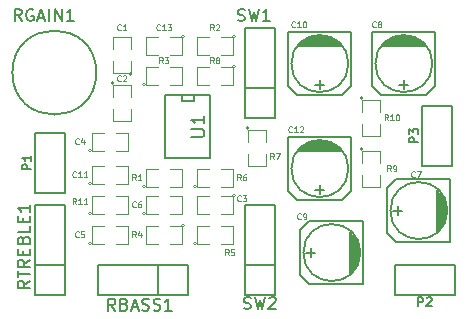
<source format=gto>
%FSLAX46Y46*%
G04 Gerber Fmt 4.6, Leading zero omitted, Abs format (unit mm)*
G04 Created by KiCad (PCBNEW (2014-08-01 BZR 5042)-product) date 02/08/2014 20:04:44*
%MOMM*%
G01*
G04 APERTURE LIST*
%ADD10C,0.100000*%
%ADD11C,0.127000*%
%ADD12C,0.099060*%
%ADD13C,0.152400*%
%ADD14C,0.203200*%
%ADD15C,0.109220*%
%ADD16C,0.119380*%
G04 APERTURE END LIST*
D10*
D11*
X114808000Y-91567000D02*
X114681000Y-91567000D01*
X114681000Y-91567000D02*
X114681000Y-96901000D01*
X118491000Y-96901000D02*
X118491000Y-91567000D01*
X118491000Y-91567000D02*
X114808000Y-91567000D01*
X117094000Y-91567000D02*
X117094000Y-92075000D01*
X117094000Y-92075000D02*
X116078000Y-92075000D01*
X116078000Y-92075000D02*
X116078000Y-91567000D01*
X118491000Y-96901000D02*
X114681000Y-96901000D01*
D12*
X110363000Y-90551000D02*
G75*
G03X110363000Y-90551000I-127000J0D01*
G74*
G01*
X110236000Y-91694000D02*
X110236000Y-90678000D01*
X110236000Y-90678000D02*
X111760000Y-90678000D01*
X111760000Y-90678000D02*
X111760000Y-91694000D01*
X111760000Y-92710000D02*
X111760000Y-93726000D01*
X111760000Y-93726000D02*
X110236000Y-93726000D01*
X110236000Y-93726000D02*
X110236000Y-92710000D01*
X120650000Y-100076000D02*
G75*
G03X120650000Y-100076000I-127000J0D01*
G74*
G01*
X119380000Y-100076000D02*
X120396000Y-100076000D01*
X120396000Y-100076000D02*
X120396000Y-101600000D01*
X120396000Y-101600000D02*
X119380000Y-101600000D01*
X118364000Y-101600000D02*
X117348000Y-101600000D01*
X117348000Y-101600000D02*
X117348000Y-100076000D01*
X117348000Y-100076000D02*
X118364000Y-100076000D01*
X117348000Y-99314000D02*
G75*
G03X117348000Y-99314000I-127000J0D01*
G74*
G01*
X118364000Y-99314000D02*
X117348000Y-99314000D01*
X117348000Y-99314000D02*
X117348000Y-97790000D01*
X117348000Y-97790000D02*
X118364000Y-97790000D01*
X119380000Y-97790000D02*
X120396000Y-97790000D01*
X120396000Y-97790000D02*
X120396000Y-99314000D01*
X120396000Y-99314000D02*
X119380000Y-99314000D01*
X117348000Y-104140000D02*
G75*
G03X117348000Y-104140000I-127000J0D01*
G74*
G01*
X118364000Y-104140000D02*
X117348000Y-104140000D01*
X117348000Y-104140000D02*
X117348000Y-102616000D01*
X117348000Y-102616000D02*
X118364000Y-102616000D01*
X119380000Y-102616000D02*
X120396000Y-102616000D01*
X120396000Y-102616000D02*
X120396000Y-104140000D01*
X120396000Y-104140000D02*
X119380000Y-104140000D01*
X113030000Y-99314000D02*
G75*
G03X113030000Y-99314000I-127000J0D01*
G74*
G01*
X114046000Y-99314000D02*
X113030000Y-99314000D01*
X113030000Y-99314000D02*
X113030000Y-97790000D01*
X113030000Y-97790000D02*
X114046000Y-97790000D01*
X115062000Y-97790000D02*
X116078000Y-97790000D01*
X116078000Y-97790000D02*
X116078000Y-99314000D01*
X116078000Y-99314000D02*
X115062000Y-99314000D01*
X113030000Y-90678000D02*
G75*
G03X113030000Y-90678000I-127000J0D01*
G74*
G01*
X114046000Y-90678000D02*
X113030000Y-90678000D01*
X113030000Y-90678000D02*
X113030000Y-89154000D01*
X113030000Y-89154000D02*
X114046000Y-89154000D01*
X115062000Y-89154000D02*
X116078000Y-89154000D01*
X116078000Y-89154000D02*
X116078000Y-90678000D01*
X116078000Y-90678000D02*
X115062000Y-90678000D01*
X120650000Y-86614000D02*
G75*
G03X120650000Y-86614000I-127000J0D01*
G74*
G01*
X119380000Y-86614000D02*
X120396000Y-86614000D01*
X120396000Y-86614000D02*
X120396000Y-88138000D01*
X120396000Y-88138000D02*
X119380000Y-88138000D01*
X118364000Y-88138000D02*
X117348000Y-88138000D01*
X117348000Y-88138000D02*
X117348000Y-86614000D01*
X117348000Y-86614000D02*
X118364000Y-86614000D01*
X108458000Y-104140000D02*
G75*
G03X108458000Y-104140000I-127000J0D01*
G74*
G01*
X109474000Y-104140000D02*
X108458000Y-104140000D01*
X108458000Y-104140000D02*
X108458000Y-102616000D01*
X108458000Y-102616000D02*
X109474000Y-102616000D01*
X110490000Y-102616000D02*
X111506000Y-102616000D01*
X111506000Y-102616000D02*
X111506000Y-104140000D01*
X111506000Y-104140000D02*
X110490000Y-104140000D01*
X120650000Y-89154000D02*
G75*
G03X120650000Y-89154000I-127000J0D01*
G74*
G01*
X119380000Y-89154000D02*
X120396000Y-89154000D01*
X120396000Y-89154000D02*
X120396000Y-90678000D01*
X120396000Y-90678000D02*
X119380000Y-90678000D01*
X118364000Y-90678000D02*
X117348000Y-90678000D01*
X117348000Y-90678000D02*
X117348000Y-89154000D01*
X117348000Y-89154000D02*
X118364000Y-89154000D01*
X116332000Y-102616000D02*
G75*
G03X116332000Y-102616000I-127000J0D01*
G74*
G01*
X115062000Y-102616000D02*
X116078000Y-102616000D01*
X116078000Y-102616000D02*
X116078000Y-104140000D01*
X116078000Y-104140000D02*
X115062000Y-104140000D01*
X114046000Y-104140000D02*
X113030000Y-104140000D01*
X113030000Y-104140000D02*
X113030000Y-102616000D01*
X113030000Y-102616000D02*
X114046000Y-102616000D01*
X121793000Y-94361000D02*
G75*
G03X121793000Y-94361000I-127000J0D01*
G74*
G01*
X121666000Y-95504000D02*
X121666000Y-94488000D01*
X121666000Y-94488000D02*
X123190000Y-94488000D01*
X123190000Y-94488000D02*
X123190000Y-95504000D01*
X123190000Y-96520000D02*
X123190000Y-97536000D01*
X123190000Y-97536000D02*
X121666000Y-97536000D01*
X121666000Y-97536000D02*
X121666000Y-96520000D01*
X116332000Y-86614000D02*
G75*
G03X116332000Y-86614000I-127000J0D01*
G74*
G01*
X115062000Y-86614000D02*
X116078000Y-86614000D01*
X116078000Y-86614000D02*
X116078000Y-88138000D01*
X116078000Y-88138000D02*
X115062000Y-88138000D01*
X114046000Y-88138000D02*
X113030000Y-88138000D01*
X113030000Y-88138000D02*
X113030000Y-86614000D01*
X113030000Y-86614000D02*
X114046000Y-86614000D01*
X108458000Y-96266000D02*
G75*
G03X108458000Y-96266000I-127000J0D01*
G74*
G01*
X109474000Y-96266000D02*
X108458000Y-96266000D01*
X108458000Y-96266000D02*
X108458000Y-94742000D01*
X108458000Y-94742000D02*
X109474000Y-94742000D01*
X110490000Y-94742000D02*
X111506000Y-94742000D01*
X111506000Y-94742000D02*
X111506000Y-96266000D01*
X111506000Y-96266000D02*
X110490000Y-96266000D01*
X113030000Y-101600000D02*
G75*
G03X113030000Y-101600000I-127000J0D01*
G74*
G01*
X114046000Y-101600000D02*
X113030000Y-101600000D01*
X113030000Y-101600000D02*
X113030000Y-100076000D01*
X113030000Y-100076000D02*
X114046000Y-100076000D01*
X115062000Y-100076000D02*
X116078000Y-100076000D01*
X116078000Y-100076000D02*
X116078000Y-101600000D01*
X116078000Y-101600000D02*
X115062000Y-101600000D01*
X111887000Y-89789000D02*
G75*
G03X111887000Y-89789000I-127000J0D01*
G74*
G01*
X111760000Y-88646000D02*
X111760000Y-89662000D01*
X111760000Y-89662000D02*
X110236000Y-89662000D01*
X110236000Y-89662000D02*
X110236000Y-88646000D01*
X110236000Y-87630000D02*
X110236000Y-86614000D01*
X110236000Y-86614000D02*
X111760000Y-86614000D01*
X111760000Y-86614000D02*
X111760000Y-87630000D01*
X108458000Y-99060000D02*
G75*
G03X108458000Y-99060000I-127000J0D01*
G74*
G01*
X109474000Y-99060000D02*
X108458000Y-99060000D01*
X108458000Y-99060000D02*
X108458000Y-97536000D01*
X108458000Y-97536000D02*
X109474000Y-97536000D01*
X110490000Y-97536000D02*
X111506000Y-97536000D01*
X111506000Y-97536000D02*
X111506000Y-99060000D01*
X111506000Y-99060000D02*
X110490000Y-99060000D01*
X108458000Y-101600000D02*
G75*
G03X108458000Y-101600000I-127000J0D01*
G74*
G01*
X109474000Y-101600000D02*
X108458000Y-101600000D01*
X108458000Y-101600000D02*
X108458000Y-100076000D01*
X108458000Y-100076000D02*
X109474000Y-100076000D01*
X110490000Y-100076000D02*
X111506000Y-100076000D01*
X111506000Y-100076000D02*
X111506000Y-101600000D01*
X111506000Y-101600000D02*
X110490000Y-101600000D01*
X131445000Y-96139000D02*
G75*
G03X131445000Y-96139000I-127000J0D01*
G74*
G01*
X131318000Y-97282000D02*
X131318000Y-96266000D01*
X131318000Y-96266000D02*
X132842000Y-96266000D01*
X132842000Y-96266000D02*
X132842000Y-97282000D01*
X132842000Y-98298000D02*
X132842000Y-99314000D01*
X132842000Y-99314000D02*
X131318000Y-99314000D01*
X131318000Y-99314000D02*
X131318000Y-98298000D01*
X131445000Y-91821000D02*
G75*
G03X131445000Y-91821000I-127000J0D01*
G74*
G01*
X131318000Y-92964000D02*
X131318000Y-91948000D01*
X131318000Y-91948000D02*
X132842000Y-91948000D01*
X132842000Y-91948000D02*
X132842000Y-92964000D01*
X132842000Y-93980000D02*
X132842000Y-94996000D01*
X132842000Y-94996000D02*
X131318000Y-94996000D01*
X131318000Y-94996000D02*
X131318000Y-93980000D01*
D13*
X106172000Y-108458000D02*
X103632000Y-108458000D01*
X103632000Y-108458000D02*
X103632000Y-100838000D01*
X103632000Y-100838000D02*
X106172000Y-100838000D01*
X106172000Y-100838000D02*
X106172000Y-108458000D01*
X103632000Y-105918000D02*
X106172000Y-105918000D01*
X116586000Y-105918000D02*
X116586000Y-108458000D01*
X116586000Y-108458000D02*
X108966000Y-108458000D01*
X108966000Y-108458000D02*
X108966000Y-105918000D01*
X108966000Y-105918000D02*
X116586000Y-105918000D01*
X114046000Y-108458000D02*
X114046000Y-105918000D01*
X123952000Y-93472000D02*
X121412000Y-93472000D01*
X121412000Y-93472000D02*
X121412000Y-85852000D01*
X121412000Y-85852000D02*
X123952000Y-85852000D01*
X123952000Y-85852000D02*
X123952000Y-93472000D01*
X121412000Y-90932000D02*
X123952000Y-90932000D01*
X123952000Y-108458000D02*
X121412000Y-108458000D01*
X121412000Y-108458000D02*
X121412000Y-100838000D01*
X121412000Y-100838000D02*
X123952000Y-100838000D01*
X123952000Y-100838000D02*
X123952000Y-108458000D01*
X121412000Y-105918000D02*
X123952000Y-105918000D01*
X139192000Y-105918000D02*
X139192000Y-108458000D01*
X139192000Y-108458000D02*
X134112000Y-108458000D01*
X134112000Y-108458000D02*
X134112000Y-105918000D01*
X134112000Y-105918000D02*
X139192000Y-105918000D01*
X138938000Y-97536000D02*
X136398000Y-97536000D01*
X136398000Y-97536000D02*
X136398000Y-92456000D01*
X136398000Y-92456000D02*
X138938000Y-92456000D01*
X138938000Y-92456000D02*
X138938000Y-97536000D01*
X106172000Y-99822000D02*
X103632000Y-99822000D01*
X103632000Y-99822000D02*
X103632000Y-94742000D01*
X103632000Y-94742000D02*
X106172000Y-94742000D01*
X106172000Y-94742000D02*
X106172000Y-99822000D01*
D11*
X135509000Y-86614000D02*
X134112000Y-86614000D01*
X135763000Y-86741000D02*
X133985000Y-86741000D01*
X136144000Y-86868000D02*
X133604000Y-86868000D01*
X133477000Y-86995000D02*
X136271000Y-86995000D01*
X136398000Y-87122000D02*
X133350000Y-87122000D01*
X133223000Y-87249000D02*
X136525000Y-87249000D01*
X136652000Y-87376000D02*
X133096000Y-87376000D01*
X137287000Y-88900000D02*
G75*
G03X137287000Y-88900000I-2413000J0D01*
G74*
G01*
X137541000Y-86233000D02*
X137541000Y-90805000D01*
X137541000Y-90805000D02*
X136779000Y-91567000D01*
X136779000Y-91567000D02*
X132969000Y-91567000D01*
X132969000Y-91567000D02*
X132207000Y-90805000D01*
X132207000Y-90805000D02*
X132207000Y-86233000D01*
X132207000Y-86233000D02*
X137541000Y-86233000D01*
X134874000Y-91059000D02*
X134874000Y-90297000D01*
X135255000Y-90678000D02*
X134493000Y-90678000D01*
X138430000Y-101981000D02*
X138430000Y-100584000D01*
X138303000Y-102235000D02*
X138303000Y-100457000D01*
X138176000Y-102616000D02*
X138176000Y-100076000D01*
X138049000Y-99949000D02*
X138049000Y-102743000D01*
X137922000Y-102870000D02*
X137922000Y-99822000D01*
X137795000Y-99695000D02*
X137795000Y-102997000D01*
X137668000Y-103124000D02*
X137668000Y-99568000D01*
X138557000Y-101346000D02*
G75*
G03X138557000Y-101346000I-2413000J0D01*
G74*
G01*
X138811000Y-104013000D02*
X134239000Y-104013000D01*
X134239000Y-104013000D02*
X133477000Y-103251000D01*
X133477000Y-103251000D02*
X133477000Y-99441000D01*
X133477000Y-99441000D02*
X134239000Y-98679000D01*
X134239000Y-98679000D02*
X138811000Y-98679000D01*
X138811000Y-98679000D02*
X138811000Y-104013000D01*
X133985000Y-101346000D02*
X134747000Y-101346000D01*
X134366000Y-101727000D02*
X134366000Y-100965000D01*
X128397000Y-95504000D02*
X127000000Y-95504000D01*
X128651000Y-95631000D02*
X126873000Y-95631000D01*
X129032000Y-95758000D02*
X126492000Y-95758000D01*
X126365000Y-95885000D02*
X129159000Y-95885000D01*
X129286000Y-96012000D02*
X126238000Y-96012000D01*
X126111000Y-96139000D02*
X129413000Y-96139000D01*
X129540000Y-96266000D02*
X125984000Y-96266000D01*
X130175000Y-97790000D02*
G75*
G03X130175000Y-97790000I-2413000J0D01*
G74*
G01*
X130429000Y-95123000D02*
X130429000Y-99695000D01*
X130429000Y-99695000D02*
X129667000Y-100457000D01*
X129667000Y-100457000D02*
X125857000Y-100457000D01*
X125857000Y-100457000D02*
X125095000Y-99695000D01*
X125095000Y-99695000D02*
X125095000Y-95123000D01*
X125095000Y-95123000D02*
X130429000Y-95123000D01*
X127762000Y-99949000D02*
X127762000Y-99187000D01*
X128143000Y-99568000D02*
X127381000Y-99568000D01*
X131064000Y-105537000D02*
X131064000Y-104140000D01*
X130937000Y-105791000D02*
X130937000Y-104013000D01*
X130810000Y-106172000D02*
X130810000Y-103632000D01*
X130683000Y-103505000D02*
X130683000Y-106299000D01*
X130556000Y-106426000D02*
X130556000Y-103378000D01*
X130429000Y-103251000D02*
X130429000Y-106553000D01*
X130302000Y-106680000D02*
X130302000Y-103124000D01*
X131191000Y-104902000D02*
G75*
G03X131191000Y-104902000I-2413000J0D01*
G74*
G01*
X131445000Y-107569000D02*
X126873000Y-107569000D01*
X126873000Y-107569000D02*
X126111000Y-106807000D01*
X126111000Y-106807000D02*
X126111000Y-102997000D01*
X126111000Y-102997000D02*
X126873000Y-102235000D01*
X126873000Y-102235000D02*
X131445000Y-102235000D01*
X131445000Y-102235000D02*
X131445000Y-107569000D01*
X126619000Y-104902000D02*
X127381000Y-104902000D01*
X127000000Y-105283000D02*
X127000000Y-104521000D01*
X128397000Y-86614000D02*
X127000000Y-86614000D01*
X128651000Y-86741000D02*
X126873000Y-86741000D01*
X129032000Y-86868000D02*
X126492000Y-86868000D01*
X126365000Y-86995000D02*
X129159000Y-86995000D01*
X129286000Y-87122000D02*
X126238000Y-87122000D01*
X126111000Y-87249000D02*
X129413000Y-87249000D01*
X129540000Y-87376000D02*
X125984000Y-87376000D01*
X130175000Y-88900000D02*
G75*
G03X130175000Y-88900000I-2413000J0D01*
G74*
G01*
X130429000Y-86233000D02*
X130429000Y-90805000D01*
X130429000Y-90805000D02*
X129667000Y-91567000D01*
X129667000Y-91567000D02*
X125857000Y-91567000D01*
X125857000Y-91567000D02*
X125095000Y-90805000D01*
X125095000Y-90805000D02*
X125095000Y-86233000D01*
X125095000Y-86233000D02*
X130429000Y-86233000D01*
X127762000Y-91059000D02*
X127762000Y-90297000D01*
X128143000Y-90678000D02*
X127381000Y-90678000D01*
D14*
X108839000Y-89662000D02*
G75*
G03X108839000Y-89662000I-3556000J0D01*
G74*
G01*
D13*
X116849071Y-95104857D02*
X117774357Y-95104857D01*
X117883214Y-95050429D01*
X117937643Y-94996000D01*
X117992071Y-94887143D01*
X117992071Y-94669429D01*
X117937643Y-94560571D01*
X117883214Y-94506143D01*
X117774357Y-94451714D01*
X116849071Y-94451714D01*
X117992071Y-93308714D02*
X117992071Y-93961857D01*
X117992071Y-93635285D02*
X116849071Y-93635285D01*
X117012357Y-93744142D01*
X117121214Y-93853000D01*
X117175643Y-93961857D01*
D15*
X110914604Y-90348707D02*
X110890776Y-90372535D01*
X110819293Y-90396362D01*
X110771638Y-90396362D01*
X110700155Y-90372535D01*
X110652500Y-90324880D01*
X110628672Y-90277224D01*
X110604844Y-90181914D01*
X110604844Y-90110431D01*
X110628672Y-90015120D01*
X110652500Y-89967465D01*
X110700155Y-89919810D01*
X110771638Y-89895982D01*
X110819293Y-89895982D01*
X110890776Y-89919810D01*
X110914604Y-89943638D01*
X111105224Y-89943638D02*
X111129052Y-89919810D01*
X111176707Y-89895982D01*
X111295845Y-89895982D01*
X111343501Y-89919810D01*
X111367328Y-89943638D01*
X111391156Y-89991293D01*
X111391156Y-90038948D01*
X111367328Y-90110431D01*
X111081397Y-90396362D01*
X111391156Y-90396362D01*
X121074604Y-100508707D02*
X121050776Y-100532535D01*
X120979293Y-100556362D01*
X120931638Y-100556362D01*
X120860155Y-100532535D01*
X120812500Y-100484880D01*
X120788672Y-100437224D01*
X120764844Y-100341914D01*
X120764844Y-100270431D01*
X120788672Y-100175120D01*
X120812500Y-100127465D01*
X120860155Y-100079810D01*
X120931638Y-100055982D01*
X120979293Y-100055982D01*
X121050776Y-100079810D01*
X121074604Y-100103638D01*
X121241397Y-100055982D02*
X121551156Y-100055982D01*
X121384363Y-100246603D01*
X121455845Y-100246603D01*
X121503501Y-100270431D01*
X121527328Y-100294259D01*
X121551156Y-100341914D01*
X121551156Y-100461052D01*
X121527328Y-100508707D01*
X121503501Y-100532535D01*
X121455845Y-100556362D01*
X121312880Y-100556362D01*
X121265224Y-100532535D01*
X121241397Y-100508707D01*
X121074604Y-98778362D02*
X120907810Y-98540086D01*
X120788672Y-98778362D02*
X120788672Y-98277982D01*
X120979293Y-98277982D01*
X121026948Y-98301810D01*
X121050776Y-98325638D01*
X121074604Y-98373293D01*
X121074604Y-98444776D01*
X121050776Y-98492431D01*
X121026948Y-98516259D01*
X120979293Y-98540086D01*
X120788672Y-98540086D01*
X121503501Y-98277982D02*
X121408190Y-98277982D01*
X121360535Y-98301810D01*
X121336707Y-98325638D01*
X121289052Y-98397120D01*
X121265224Y-98492431D01*
X121265224Y-98683052D01*
X121289052Y-98730707D01*
X121312880Y-98754535D01*
X121360535Y-98778362D01*
X121455845Y-98778362D01*
X121503501Y-98754535D01*
X121527328Y-98730707D01*
X121551156Y-98683052D01*
X121551156Y-98563914D01*
X121527328Y-98516259D01*
X121503501Y-98492431D01*
X121455845Y-98468603D01*
X121360535Y-98468603D01*
X121312880Y-98492431D01*
X121289052Y-98516259D01*
X121265224Y-98563914D01*
X120058604Y-105128362D02*
X119891810Y-104890086D01*
X119772672Y-105128362D02*
X119772672Y-104627982D01*
X119963293Y-104627982D01*
X120010948Y-104651810D01*
X120034776Y-104675638D01*
X120058604Y-104723293D01*
X120058604Y-104794776D01*
X120034776Y-104842431D01*
X120010948Y-104866259D01*
X119963293Y-104890086D01*
X119772672Y-104890086D01*
X120511328Y-104627982D02*
X120273052Y-104627982D01*
X120249224Y-104866259D01*
X120273052Y-104842431D01*
X120320707Y-104818603D01*
X120439845Y-104818603D01*
X120487501Y-104842431D01*
X120511328Y-104866259D01*
X120535156Y-104913914D01*
X120535156Y-105033052D01*
X120511328Y-105080707D01*
X120487501Y-105104535D01*
X120439845Y-105128362D01*
X120320707Y-105128362D01*
X120273052Y-105104535D01*
X120249224Y-105080707D01*
X112184604Y-98778362D02*
X112017810Y-98540086D01*
X111898672Y-98778362D02*
X111898672Y-98277982D01*
X112089293Y-98277982D01*
X112136948Y-98301810D01*
X112160776Y-98325638D01*
X112184604Y-98373293D01*
X112184604Y-98444776D01*
X112160776Y-98492431D01*
X112136948Y-98516259D01*
X112089293Y-98540086D01*
X111898672Y-98540086D01*
X112661156Y-98778362D02*
X112375224Y-98778362D01*
X112518190Y-98778362D02*
X112518190Y-98277982D01*
X112470535Y-98349465D01*
X112422880Y-98397120D01*
X112375224Y-98420948D01*
X114470604Y-88872362D02*
X114303810Y-88634086D01*
X114184672Y-88872362D02*
X114184672Y-88371982D01*
X114375293Y-88371982D01*
X114422948Y-88395810D01*
X114446776Y-88419638D01*
X114470604Y-88467293D01*
X114470604Y-88538776D01*
X114446776Y-88586431D01*
X114422948Y-88610259D01*
X114375293Y-88634086D01*
X114184672Y-88634086D01*
X114637397Y-88371982D02*
X114947156Y-88371982D01*
X114780363Y-88562603D01*
X114851845Y-88562603D01*
X114899501Y-88586431D01*
X114923328Y-88610259D01*
X114947156Y-88657914D01*
X114947156Y-88777052D01*
X114923328Y-88824707D01*
X114899501Y-88848535D01*
X114851845Y-88872362D01*
X114708880Y-88872362D01*
X114661224Y-88848535D01*
X114637397Y-88824707D01*
X118788604Y-86078362D02*
X118621810Y-85840086D01*
X118502672Y-86078362D02*
X118502672Y-85577982D01*
X118693293Y-85577982D01*
X118740948Y-85601810D01*
X118764776Y-85625638D01*
X118788604Y-85673293D01*
X118788604Y-85744776D01*
X118764776Y-85792431D01*
X118740948Y-85816259D01*
X118693293Y-85840086D01*
X118502672Y-85840086D01*
X118979224Y-85625638D02*
X119003052Y-85601810D01*
X119050707Y-85577982D01*
X119169845Y-85577982D01*
X119217501Y-85601810D01*
X119241328Y-85625638D01*
X119265156Y-85673293D01*
X119265156Y-85720948D01*
X119241328Y-85792431D01*
X118955397Y-86078362D01*
X119265156Y-86078362D01*
X107358604Y-103556707D02*
X107334776Y-103580535D01*
X107263293Y-103604362D01*
X107215638Y-103604362D01*
X107144155Y-103580535D01*
X107096500Y-103532880D01*
X107072672Y-103485224D01*
X107048844Y-103389914D01*
X107048844Y-103318431D01*
X107072672Y-103223120D01*
X107096500Y-103175465D01*
X107144155Y-103127810D01*
X107215638Y-103103982D01*
X107263293Y-103103982D01*
X107334776Y-103127810D01*
X107358604Y-103151638D01*
X107811328Y-103103982D02*
X107573052Y-103103982D01*
X107549224Y-103342259D01*
X107573052Y-103318431D01*
X107620707Y-103294603D01*
X107739845Y-103294603D01*
X107787501Y-103318431D01*
X107811328Y-103342259D01*
X107835156Y-103389914D01*
X107835156Y-103509052D01*
X107811328Y-103556707D01*
X107787501Y-103580535D01*
X107739845Y-103604362D01*
X107620707Y-103604362D01*
X107573052Y-103580535D01*
X107549224Y-103556707D01*
X118788604Y-88872362D02*
X118621810Y-88634086D01*
X118502672Y-88872362D02*
X118502672Y-88371982D01*
X118693293Y-88371982D01*
X118740948Y-88395810D01*
X118764776Y-88419638D01*
X118788604Y-88467293D01*
X118788604Y-88538776D01*
X118764776Y-88586431D01*
X118740948Y-88610259D01*
X118693293Y-88634086D01*
X118502672Y-88634086D01*
X119074535Y-88586431D02*
X119026880Y-88562603D01*
X119003052Y-88538776D01*
X118979224Y-88491120D01*
X118979224Y-88467293D01*
X119003052Y-88419638D01*
X119026880Y-88395810D01*
X119074535Y-88371982D01*
X119169845Y-88371982D01*
X119217501Y-88395810D01*
X119241328Y-88419638D01*
X119265156Y-88467293D01*
X119265156Y-88491120D01*
X119241328Y-88538776D01*
X119217501Y-88562603D01*
X119169845Y-88586431D01*
X119074535Y-88586431D01*
X119026880Y-88610259D01*
X119003052Y-88634086D01*
X118979224Y-88681741D01*
X118979224Y-88777052D01*
X119003052Y-88824707D01*
X119026880Y-88848535D01*
X119074535Y-88872362D01*
X119169845Y-88872362D01*
X119217501Y-88848535D01*
X119241328Y-88824707D01*
X119265156Y-88777052D01*
X119265156Y-88681741D01*
X119241328Y-88634086D01*
X119217501Y-88610259D01*
X119169845Y-88586431D01*
X112184604Y-103604362D02*
X112017810Y-103366086D01*
X111898672Y-103604362D02*
X111898672Y-103103982D01*
X112089293Y-103103982D01*
X112136948Y-103127810D01*
X112160776Y-103151638D01*
X112184604Y-103199293D01*
X112184604Y-103270776D01*
X112160776Y-103318431D01*
X112136948Y-103342259D01*
X112089293Y-103366086D01*
X111898672Y-103366086D01*
X112613501Y-103270776D02*
X112613501Y-103604362D01*
X112494363Y-103080155D02*
X112375224Y-103437569D01*
X112684984Y-103437569D01*
X123868604Y-97000362D02*
X123701810Y-96762086D01*
X123582672Y-97000362D02*
X123582672Y-96499982D01*
X123773293Y-96499982D01*
X123820948Y-96523810D01*
X123844776Y-96547638D01*
X123868604Y-96595293D01*
X123868604Y-96666776D01*
X123844776Y-96714431D01*
X123820948Y-96738259D01*
X123773293Y-96762086D01*
X123582672Y-96762086D01*
X124035397Y-96499982D02*
X124368984Y-96499982D01*
X124154535Y-97000362D01*
X114232328Y-86030707D02*
X114208500Y-86054535D01*
X114137017Y-86078362D01*
X114089362Y-86078362D01*
X114017879Y-86054535D01*
X113970224Y-86006880D01*
X113946396Y-85959224D01*
X113922568Y-85863914D01*
X113922568Y-85792431D01*
X113946396Y-85697120D01*
X113970224Y-85649465D01*
X114017879Y-85601810D01*
X114089362Y-85577982D01*
X114137017Y-85577982D01*
X114208500Y-85601810D01*
X114232328Y-85625638D01*
X114708880Y-86078362D02*
X114422948Y-86078362D01*
X114565914Y-86078362D02*
X114565914Y-85577982D01*
X114518259Y-85649465D01*
X114470604Y-85697120D01*
X114422948Y-85720948D01*
X114875673Y-85577982D02*
X115185432Y-85577982D01*
X115018639Y-85768603D01*
X115090121Y-85768603D01*
X115137777Y-85792431D01*
X115161604Y-85816259D01*
X115185432Y-85863914D01*
X115185432Y-85983052D01*
X115161604Y-86030707D01*
X115137777Y-86054535D01*
X115090121Y-86078362D01*
X114947156Y-86078362D01*
X114899500Y-86054535D01*
X114875673Y-86030707D01*
X107358604Y-95682707D02*
X107334776Y-95706535D01*
X107263293Y-95730362D01*
X107215638Y-95730362D01*
X107144155Y-95706535D01*
X107096500Y-95658880D01*
X107072672Y-95611224D01*
X107048844Y-95515914D01*
X107048844Y-95444431D01*
X107072672Y-95349120D01*
X107096500Y-95301465D01*
X107144155Y-95253810D01*
X107215638Y-95229982D01*
X107263293Y-95229982D01*
X107334776Y-95253810D01*
X107358604Y-95277638D01*
X107787501Y-95396776D02*
X107787501Y-95730362D01*
X107668363Y-95206155D02*
X107549224Y-95563569D01*
X107858984Y-95563569D01*
X112184604Y-101016707D02*
X112160776Y-101040535D01*
X112089293Y-101064362D01*
X112041638Y-101064362D01*
X111970155Y-101040535D01*
X111922500Y-100992880D01*
X111898672Y-100945224D01*
X111874844Y-100849914D01*
X111874844Y-100778431D01*
X111898672Y-100683120D01*
X111922500Y-100635465D01*
X111970155Y-100587810D01*
X112041638Y-100563982D01*
X112089293Y-100563982D01*
X112160776Y-100587810D01*
X112184604Y-100611638D01*
X112613501Y-100563982D02*
X112518190Y-100563982D01*
X112470535Y-100587810D01*
X112446707Y-100611638D01*
X112399052Y-100683120D01*
X112375224Y-100778431D01*
X112375224Y-100969052D01*
X112399052Y-101016707D01*
X112422880Y-101040535D01*
X112470535Y-101064362D01*
X112565845Y-101064362D01*
X112613501Y-101040535D01*
X112637328Y-101016707D01*
X112661156Y-100969052D01*
X112661156Y-100849914D01*
X112637328Y-100802259D01*
X112613501Y-100778431D01*
X112565845Y-100754603D01*
X112470535Y-100754603D01*
X112422880Y-100778431D01*
X112399052Y-100802259D01*
X112375224Y-100849914D01*
X110914604Y-86030707D02*
X110890776Y-86054535D01*
X110819293Y-86078362D01*
X110771638Y-86078362D01*
X110700155Y-86054535D01*
X110652500Y-86006880D01*
X110628672Y-85959224D01*
X110604844Y-85863914D01*
X110604844Y-85792431D01*
X110628672Y-85697120D01*
X110652500Y-85649465D01*
X110700155Y-85601810D01*
X110771638Y-85577982D01*
X110819293Y-85577982D01*
X110890776Y-85601810D01*
X110914604Y-85625638D01*
X111391156Y-86078362D02*
X111105224Y-86078362D01*
X111248190Y-86078362D02*
X111248190Y-85577982D01*
X111200535Y-85649465D01*
X111152880Y-85697120D01*
X111105224Y-85720948D01*
X107120328Y-98476707D02*
X107096500Y-98500535D01*
X107025017Y-98524362D01*
X106977362Y-98524362D01*
X106905879Y-98500535D01*
X106858224Y-98452880D01*
X106834396Y-98405224D01*
X106810568Y-98309914D01*
X106810568Y-98238431D01*
X106834396Y-98143120D01*
X106858224Y-98095465D01*
X106905879Y-98047810D01*
X106977362Y-98023982D01*
X107025017Y-98023982D01*
X107096500Y-98047810D01*
X107120328Y-98071638D01*
X107596880Y-98524362D02*
X107310948Y-98524362D01*
X107453914Y-98524362D02*
X107453914Y-98023982D01*
X107406259Y-98095465D01*
X107358604Y-98143120D01*
X107310948Y-98166948D01*
X108073432Y-98524362D02*
X107787500Y-98524362D01*
X107930466Y-98524362D02*
X107930466Y-98023982D01*
X107882811Y-98095465D01*
X107835156Y-98143120D01*
X107787500Y-98166948D01*
X107120328Y-100810362D02*
X106953534Y-100572086D01*
X106834396Y-100810362D02*
X106834396Y-100309982D01*
X107025017Y-100309982D01*
X107072672Y-100333810D01*
X107096500Y-100357638D01*
X107120328Y-100405293D01*
X107120328Y-100476776D01*
X107096500Y-100524431D01*
X107072672Y-100548259D01*
X107025017Y-100572086D01*
X106834396Y-100572086D01*
X107596880Y-100810362D02*
X107310948Y-100810362D01*
X107453914Y-100810362D02*
X107453914Y-100309982D01*
X107406259Y-100381465D01*
X107358604Y-100429120D01*
X107310948Y-100452948D01*
X108073432Y-100810362D02*
X107787500Y-100810362D01*
X107930466Y-100810362D02*
X107930466Y-100309982D01*
X107882811Y-100381465D01*
X107835156Y-100429120D01*
X107787500Y-100452948D01*
X133774604Y-98016362D02*
X133607810Y-97778086D01*
X133488672Y-98016362D02*
X133488672Y-97515982D01*
X133679293Y-97515982D01*
X133726948Y-97539810D01*
X133750776Y-97563638D01*
X133774604Y-97611293D01*
X133774604Y-97682776D01*
X133750776Y-97730431D01*
X133726948Y-97754259D01*
X133679293Y-97778086D01*
X133488672Y-97778086D01*
X134012880Y-98016362D02*
X134108190Y-98016362D01*
X134155845Y-97992535D01*
X134179673Y-97968707D01*
X134227328Y-97897224D01*
X134251156Y-97801914D01*
X134251156Y-97611293D01*
X134227328Y-97563638D01*
X134203501Y-97539810D01*
X134155845Y-97515982D01*
X134060535Y-97515982D01*
X134012880Y-97539810D01*
X133989052Y-97563638D01*
X133965224Y-97611293D01*
X133965224Y-97730431D01*
X133989052Y-97778086D01*
X134012880Y-97801914D01*
X134060535Y-97825741D01*
X134155845Y-97825741D01*
X134203501Y-97801914D01*
X134227328Y-97778086D01*
X134251156Y-97730431D01*
X133536328Y-93698362D02*
X133369534Y-93460086D01*
X133250396Y-93698362D02*
X133250396Y-93197982D01*
X133441017Y-93197982D01*
X133488672Y-93221810D01*
X133512500Y-93245638D01*
X133536328Y-93293293D01*
X133536328Y-93364776D01*
X133512500Y-93412431D01*
X133488672Y-93436259D01*
X133441017Y-93460086D01*
X133250396Y-93460086D01*
X134012880Y-93698362D02*
X133726948Y-93698362D01*
X133869914Y-93698362D02*
X133869914Y-93197982D01*
X133822259Y-93269465D01*
X133774604Y-93317120D01*
X133726948Y-93340948D01*
X134322639Y-93197982D02*
X134370294Y-93197982D01*
X134417949Y-93221810D01*
X134441777Y-93245638D01*
X134465604Y-93293293D01*
X134489432Y-93388603D01*
X134489432Y-93507741D01*
X134465604Y-93603052D01*
X134441777Y-93650707D01*
X134417949Y-93674535D01*
X134370294Y-93698362D01*
X134322639Y-93698362D01*
X134274983Y-93674535D01*
X134251156Y-93650707D01*
X134227328Y-93603052D01*
X134203500Y-93507741D01*
X134203500Y-93388603D01*
X134227328Y-93293293D01*
X134251156Y-93245638D01*
X134274983Y-93221810D01*
X134322639Y-93197982D01*
D13*
X103202619Y-107296857D02*
X102718810Y-107635523D01*
X103202619Y-107877428D02*
X102186619Y-107877428D01*
X102186619Y-107490381D01*
X102235000Y-107393619D01*
X102283381Y-107345238D01*
X102380143Y-107296857D01*
X102525286Y-107296857D01*
X102622048Y-107345238D01*
X102670429Y-107393619D01*
X102718810Y-107490381D01*
X102718810Y-107877428D01*
X102186619Y-107006571D02*
X102186619Y-106426000D01*
X103202619Y-106716285D02*
X102186619Y-106716285D01*
X103202619Y-105506762D02*
X102718810Y-105845428D01*
X103202619Y-106087333D02*
X102186619Y-106087333D01*
X102186619Y-105700286D01*
X102235000Y-105603524D01*
X102283381Y-105555143D01*
X102380143Y-105506762D01*
X102525286Y-105506762D01*
X102622048Y-105555143D01*
X102670429Y-105603524D01*
X102718810Y-105700286D01*
X102718810Y-106087333D01*
X102670429Y-105071333D02*
X102670429Y-104732667D01*
X103202619Y-104587524D02*
X103202619Y-105071333D01*
X102186619Y-105071333D01*
X102186619Y-104587524D01*
X102670429Y-103813429D02*
X102718810Y-103668286D01*
X102767190Y-103619905D01*
X102863952Y-103571524D01*
X103009095Y-103571524D01*
X103105857Y-103619905D01*
X103154238Y-103668286D01*
X103202619Y-103765048D01*
X103202619Y-104152095D01*
X102186619Y-104152095D01*
X102186619Y-103813429D01*
X102235000Y-103716667D01*
X102283381Y-103668286D01*
X102380143Y-103619905D01*
X102476905Y-103619905D01*
X102573667Y-103668286D01*
X102622048Y-103716667D01*
X102670429Y-103813429D01*
X102670429Y-104152095D01*
X103202619Y-102652286D02*
X103202619Y-103136095D01*
X102186619Y-103136095D01*
X102670429Y-102313619D02*
X102670429Y-101974953D01*
X103202619Y-101829810D02*
X103202619Y-102313619D01*
X102186619Y-102313619D01*
X102186619Y-101829810D01*
X103202619Y-100862191D02*
X103202619Y-101442762D01*
X103202619Y-101152476D02*
X102186619Y-101152476D01*
X102331762Y-101249238D01*
X102428524Y-101346000D01*
X102476905Y-101442762D01*
X110441619Y-109806619D02*
X110102953Y-109322810D01*
X109861048Y-109806619D02*
X109861048Y-108790619D01*
X110248095Y-108790619D01*
X110344857Y-108839000D01*
X110393238Y-108887381D01*
X110441619Y-108984143D01*
X110441619Y-109129286D01*
X110393238Y-109226048D01*
X110344857Y-109274429D01*
X110248095Y-109322810D01*
X109861048Y-109322810D01*
X111215714Y-109274429D02*
X111360857Y-109322810D01*
X111409238Y-109371190D01*
X111457619Y-109467952D01*
X111457619Y-109613095D01*
X111409238Y-109709857D01*
X111360857Y-109758238D01*
X111264095Y-109806619D01*
X110877048Y-109806619D01*
X110877048Y-108790619D01*
X111215714Y-108790619D01*
X111312476Y-108839000D01*
X111360857Y-108887381D01*
X111409238Y-108984143D01*
X111409238Y-109080905D01*
X111360857Y-109177667D01*
X111312476Y-109226048D01*
X111215714Y-109274429D01*
X110877048Y-109274429D01*
X111844667Y-109516333D02*
X112328476Y-109516333D01*
X111747905Y-109806619D02*
X112086572Y-108790619D01*
X112425238Y-109806619D01*
X112715524Y-109758238D02*
X112860667Y-109806619D01*
X113102571Y-109806619D01*
X113199333Y-109758238D01*
X113247714Y-109709857D01*
X113296095Y-109613095D01*
X113296095Y-109516333D01*
X113247714Y-109419571D01*
X113199333Y-109371190D01*
X113102571Y-109322810D01*
X112909048Y-109274429D01*
X112812286Y-109226048D01*
X112763905Y-109177667D01*
X112715524Y-109080905D01*
X112715524Y-108984143D01*
X112763905Y-108887381D01*
X112812286Y-108839000D01*
X112909048Y-108790619D01*
X113150952Y-108790619D01*
X113296095Y-108839000D01*
X113683143Y-109758238D02*
X113828286Y-109806619D01*
X114070190Y-109806619D01*
X114166952Y-109758238D01*
X114215333Y-109709857D01*
X114263714Y-109613095D01*
X114263714Y-109516333D01*
X114215333Y-109419571D01*
X114166952Y-109371190D01*
X114070190Y-109322810D01*
X113876667Y-109274429D01*
X113779905Y-109226048D01*
X113731524Y-109177667D01*
X113683143Y-109080905D01*
X113683143Y-108984143D01*
X113731524Y-108887381D01*
X113779905Y-108839000D01*
X113876667Y-108790619D01*
X114118571Y-108790619D01*
X114263714Y-108839000D01*
X115231333Y-109806619D02*
X114650762Y-109806619D01*
X114941048Y-109806619D02*
X114941048Y-108790619D01*
X114844286Y-108935762D01*
X114747524Y-109032524D01*
X114650762Y-109080905D01*
X120819334Y-85247238D02*
X120964477Y-85295619D01*
X121206381Y-85295619D01*
X121303143Y-85247238D01*
X121351524Y-85198857D01*
X121399905Y-85102095D01*
X121399905Y-85005333D01*
X121351524Y-84908571D01*
X121303143Y-84860190D01*
X121206381Y-84811810D01*
X121012858Y-84763429D01*
X120916096Y-84715048D01*
X120867715Y-84666667D01*
X120819334Y-84569905D01*
X120819334Y-84473143D01*
X120867715Y-84376381D01*
X120916096Y-84328000D01*
X121012858Y-84279619D01*
X121254762Y-84279619D01*
X121399905Y-84328000D01*
X121738572Y-84279619D02*
X121980477Y-85295619D01*
X122174000Y-84569905D01*
X122367524Y-85295619D01*
X122609429Y-84279619D01*
X123528667Y-85295619D02*
X122948096Y-85295619D01*
X123238382Y-85295619D02*
X123238382Y-84279619D01*
X123141620Y-84424762D01*
X123044858Y-84521524D01*
X122948096Y-84569905D01*
X121327334Y-109631238D02*
X121472477Y-109679619D01*
X121714381Y-109679619D01*
X121811143Y-109631238D01*
X121859524Y-109582857D01*
X121907905Y-109486095D01*
X121907905Y-109389333D01*
X121859524Y-109292571D01*
X121811143Y-109244190D01*
X121714381Y-109195810D01*
X121520858Y-109147429D01*
X121424096Y-109099048D01*
X121375715Y-109050667D01*
X121327334Y-108953905D01*
X121327334Y-108857143D01*
X121375715Y-108760381D01*
X121424096Y-108712000D01*
X121520858Y-108663619D01*
X121762762Y-108663619D01*
X121907905Y-108712000D01*
X122246572Y-108663619D02*
X122488477Y-109679619D01*
X122682000Y-108953905D01*
X122875524Y-109679619D01*
X123117429Y-108663619D01*
X123456096Y-108760381D02*
X123504477Y-108712000D01*
X123601239Y-108663619D01*
X123843143Y-108663619D01*
X123939905Y-108712000D01*
X123988286Y-108760381D01*
X124036667Y-108857143D01*
X124036667Y-108953905D01*
X123988286Y-109099048D01*
X123407715Y-109679619D01*
X124036667Y-109679619D01*
X136089572Y-109437714D02*
X136089572Y-108675714D01*
X136379857Y-108675714D01*
X136452429Y-108712000D01*
X136488714Y-108748286D01*
X136525000Y-108820857D01*
X136525000Y-108929714D01*
X136488714Y-109002286D01*
X136452429Y-109038571D01*
X136379857Y-109074857D01*
X136089572Y-109074857D01*
X136815286Y-108748286D02*
X136851572Y-108712000D01*
X136924143Y-108675714D01*
X137105572Y-108675714D01*
X137178143Y-108712000D01*
X137214429Y-108748286D01*
X137250714Y-108820857D01*
X137250714Y-108893429D01*
X137214429Y-109002286D01*
X136779000Y-109437714D01*
X137250714Y-109437714D01*
X136107714Y-95558428D02*
X135345714Y-95558428D01*
X135345714Y-95268143D01*
X135382000Y-95195571D01*
X135418286Y-95159286D01*
X135490857Y-95123000D01*
X135599714Y-95123000D01*
X135672286Y-95159286D01*
X135708571Y-95195571D01*
X135744857Y-95268143D01*
X135744857Y-95558428D01*
X135345714Y-94869000D02*
X135345714Y-94397286D01*
X135636000Y-94651286D01*
X135636000Y-94542428D01*
X135672286Y-94469857D01*
X135708571Y-94433571D01*
X135781143Y-94397286D01*
X135962571Y-94397286D01*
X136035143Y-94433571D01*
X136071429Y-94469857D01*
X136107714Y-94542428D01*
X136107714Y-94760143D01*
X136071429Y-94832714D01*
X136035143Y-94869000D01*
X103341714Y-97844428D02*
X102579714Y-97844428D01*
X102579714Y-97554143D01*
X102616000Y-97481571D01*
X102652286Y-97445286D01*
X102724857Y-97409000D01*
X102833714Y-97409000D01*
X102906286Y-97445286D01*
X102942571Y-97481571D01*
X102978857Y-97554143D01*
X102978857Y-97844428D01*
X103341714Y-96683286D02*
X103341714Y-97118714D01*
X103341714Y-96901000D02*
X102579714Y-96901000D01*
X102688571Y-96973571D01*
X102761143Y-97046143D01*
X102797429Y-97118714D01*
D16*
X132504604Y-85776707D02*
X132480776Y-85800535D01*
X132409293Y-85824362D01*
X132361638Y-85824362D01*
X132290155Y-85800535D01*
X132242500Y-85752880D01*
X132218672Y-85705224D01*
X132194844Y-85609914D01*
X132194844Y-85538431D01*
X132218672Y-85443120D01*
X132242500Y-85395465D01*
X132290155Y-85347810D01*
X132361638Y-85323982D01*
X132409293Y-85323982D01*
X132480776Y-85347810D01*
X132504604Y-85371638D01*
X132790535Y-85538431D02*
X132742880Y-85514603D01*
X132719052Y-85490776D01*
X132695224Y-85443120D01*
X132695224Y-85419293D01*
X132719052Y-85371638D01*
X132742880Y-85347810D01*
X132790535Y-85323982D01*
X132885845Y-85323982D01*
X132933501Y-85347810D01*
X132957328Y-85371638D01*
X132981156Y-85419293D01*
X132981156Y-85443120D01*
X132957328Y-85490776D01*
X132933501Y-85514603D01*
X132885845Y-85538431D01*
X132790535Y-85538431D01*
X132742880Y-85562259D01*
X132719052Y-85586086D01*
X132695224Y-85633741D01*
X132695224Y-85729052D01*
X132719052Y-85776707D01*
X132742880Y-85800535D01*
X132790535Y-85824362D01*
X132885845Y-85824362D01*
X132933501Y-85800535D01*
X132957328Y-85776707D01*
X132981156Y-85729052D01*
X132981156Y-85633741D01*
X132957328Y-85586086D01*
X132933501Y-85562259D01*
X132885845Y-85538431D01*
X135806604Y-98476707D02*
X135782776Y-98500535D01*
X135711293Y-98524362D01*
X135663638Y-98524362D01*
X135592155Y-98500535D01*
X135544500Y-98452880D01*
X135520672Y-98405224D01*
X135496844Y-98309914D01*
X135496844Y-98238431D01*
X135520672Y-98143120D01*
X135544500Y-98095465D01*
X135592155Y-98047810D01*
X135663638Y-98023982D01*
X135711293Y-98023982D01*
X135782776Y-98047810D01*
X135806604Y-98071638D01*
X135973397Y-98023982D02*
X136306984Y-98023982D01*
X136092535Y-98524362D01*
X125408328Y-94666707D02*
X125384500Y-94690535D01*
X125313017Y-94714362D01*
X125265362Y-94714362D01*
X125193879Y-94690535D01*
X125146224Y-94642880D01*
X125122396Y-94595224D01*
X125098568Y-94499914D01*
X125098568Y-94428431D01*
X125122396Y-94333120D01*
X125146224Y-94285465D01*
X125193879Y-94237810D01*
X125265362Y-94213982D01*
X125313017Y-94213982D01*
X125384500Y-94237810D01*
X125408328Y-94261638D01*
X125884880Y-94714362D02*
X125598948Y-94714362D01*
X125741914Y-94714362D02*
X125741914Y-94213982D01*
X125694259Y-94285465D01*
X125646604Y-94333120D01*
X125598948Y-94356948D01*
X126075500Y-94261638D02*
X126099328Y-94237810D01*
X126146983Y-94213982D01*
X126266121Y-94213982D01*
X126313777Y-94237810D01*
X126337604Y-94261638D01*
X126361432Y-94309293D01*
X126361432Y-94356948D01*
X126337604Y-94428431D01*
X126051673Y-94714362D01*
X126361432Y-94714362D01*
X126154604Y-102032707D02*
X126130776Y-102056535D01*
X126059293Y-102080362D01*
X126011638Y-102080362D01*
X125940155Y-102056535D01*
X125892500Y-102008880D01*
X125868672Y-101961224D01*
X125844844Y-101865914D01*
X125844844Y-101794431D01*
X125868672Y-101699120D01*
X125892500Y-101651465D01*
X125940155Y-101603810D01*
X126011638Y-101579982D01*
X126059293Y-101579982D01*
X126130776Y-101603810D01*
X126154604Y-101627638D01*
X126392880Y-102080362D02*
X126488190Y-102080362D01*
X126535845Y-102056535D01*
X126559673Y-102032707D01*
X126607328Y-101961224D01*
X126631156Y-101865914D01*
X126631156Y-101675293D01*
X126607328Y-101627638D01*
X126583501Y-101603810D01*
X126535845Y-101579982D01*
X126440535Y-101579982D01*
X126392880Y-101603810D01*
X126369052Y-101627638D01*
X126345224Y-101675293D01*
X126345224Y-101794431D01*
X126369052Y-101842086D01*
X126392880Y-101865914D01*
X126440535Y-101889741D01*
X126535845Y-101889741D01*
X126583501Y-101865914D01*
X126607328Y-101842086D01*
X126631156Y-101794431D01*
X125662328Y-85776707D02*
X125638500Y-85800535D01*
X125567017Y-85824362D01*
X125519362Y-85824362D01*
X125447879Y-85800535D01*
X125400224Y-85752880D01*
X125376396Y-85705224D01*
X125352568Y-85609914D01*
X125352568Y-85538431D01*
X125376396Y-85443120D01*
X125400224Y-85395465D01*
X125447879Y-85347810D01*
X125519362Y-85323982D01*
X125567017Y-85323982D01*
X125638500Y-85347810D01*
X125662328Y-85371638D01*
X126138880Y-85824362D02*
X125852948Y-85824362D01*
X125995914Y-85824362D02*
X125995914Y-85323982D01*
X125948259Y-85395465D01*
X125900604Y-85443120D01*
X125852948Y-85466948D01*
X126448639Y-85323982D02*
X126496294Y-85323982D01*
X126543949Y-85347810D01*
X126567777Y-85371638D01*
X126591604Y-85419293D01*
X126615432Y-85514603D01*
X126615432Y-85633741D01*
X126591604Y-85729052D01*
X126567777Y-85776707D01*
X126543949Y-85800535D01*
X126496294Y-85824362D01*
X126448639Y-85824362D01*
X126400983Y-85800535D01*
X126377156Y-85776707D01*
X126353328Y-85729052D01*
X126329500Y-85633741D01*
X126329500Y-85514603D01*
X126353328Y-85419293D01*
X126377156Y-85371638D01*
X126400983Y-85347810D01*
X126448639Y-85323982D01*
D14*
X102507143Y-85295619D02*
X102168477Y-84811810D01*
X101926572Y-85295619D02*
X101926572Y-84279619D01*
X102313619Y-84279619D01*
X102410381Y-84328000D01*
X102458762Y-84376381D01*
X102507143Y-84473143D01*
X102507143Y-84618286D01*
X102458762Y-84715048D01*
X102410381Y-84763429D01*
X102313619Y-84811810D01*
X101926572Y-84811810D01*
X103474762Y-84328000D02*
X103378000Y-84279619D01*
X103232857Y-84279619D01*
X103087715Y-84328000D01*
X102990953Y-84424762D01*
X102942572Y-84521524D01*
X102894191Y-84715048D01*
X102894191Y-84860190D01*
X102942572Y-85053714D01*
X102990953Y-85150476D01*
X103087715Y-85247238D01*
X103232857Y-85295619D01*
X103329619Y-85295619D01*
X103474762Y-85247238D01*
X103523143Y-85198857D01*
X103523143Y-84860190D01*
X103329619Y-84860190D01*
X103910191Y-85005333D02*
X104394000Y-85005333D01*
X103813429Y-85295619D02*
X104152096Y-84279619D01*
X104490762Y-85295619D01*
X104829429Y-85295619D02*
X104829429Y-84279619D01*
X105313239Y-85295619D02*
X105313239Y-84279619D01*
X105893810Y-85295619D01*
X105893810Y-84279619D01*
X106909810Y-85295619D02*
X106329239Y-85295619D01*
X106619525Y-85295619D02*
X106619525Y-84279619D01*
X106522763Y-84424762D01*
X106426001Y-84521524D01*
X106329239Y-84569905D01*
M02*

</source>
